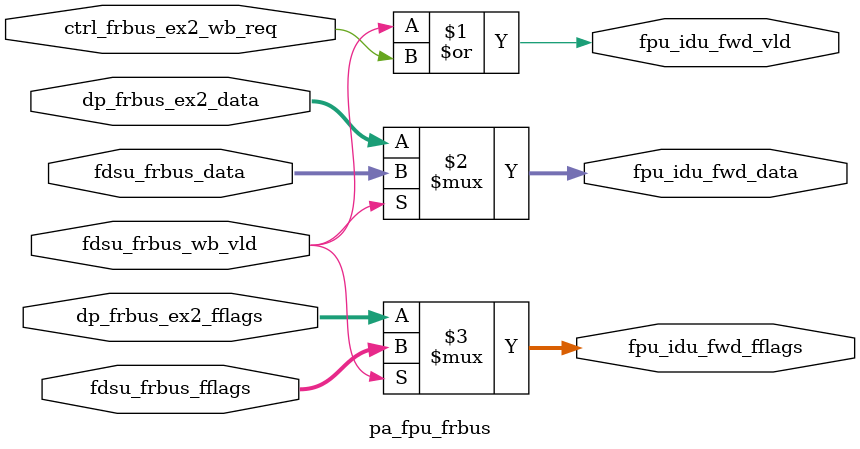
<source format=sv>
module pa_fpu_frbus (
  input  ctrl_frbus_ex2_wb_req,
  input  [31:0] dp_frbus_ex2_data,
  input  [4:0] dp_frbus_ex2_fflags,
  input  [31:0] fdsu_frbus_data,
  input  [4:0] fdsu_frbus_fflags,
  input  fdsu_frbus_wb_vld,
  output [31:0] fpu_idu_fwd_data,
  output [4:0] fpu_idu_fwd_fflags,
  output fpu_idu_fwd_vld
);

  // Simple mux - prefer fdsu if valid, else dp
  assign fpu_idu_fwd_vld = fdsu_frbus_wb_vld | ctrl_frbus_ex2_wb_req;
  assign fpu_idu_fwd_data = fdsu_frbus_wb_vld ? fdsu_frbus_data : dp_frbus_ex2_data;
  assign fpu_idu_fwd_fflags = fdsu_frbus_wb_vld ? fdsu_frbus_fflags : dp_frbus_ex2_fflags;

endmodule



</source>
